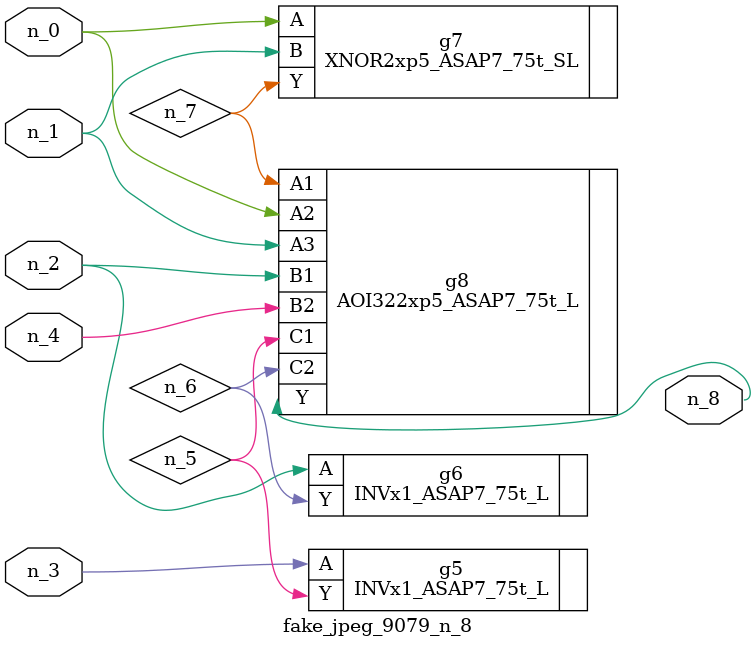
<source format=v>
module fake_jpeg_9079_n_8 (n_3, n_2, n_1, n_0, n_4, n_8);

input n_3;
input n_2;
input n_1;
input n_0;
input n_4;

output n_8;

wire n_6;
wire n_5;
wire n_7;

INVx1_ASAP7_75t_L g5 ( 
.A(n_3),
.Y(n_5)
);

INVx1_ASAP7_75t_L g6 ( 
.A(n_2),
.Y(n_6)
);

XNOR2xp5_ASAP7_75t_SL g7 ( 
.A(n_0),
.B(n_1),
.Y(n_7)
);

AOI322xp5_ASAP7_75t_L g8 ( 
.A1(n_7),
.A2(n_0),
.A3(n_1),
.B1(n_2),
.B2(n_4),
.C1(n_5),
.C2(n_6),
.Y(n_8)
);


endmodule
</source>
